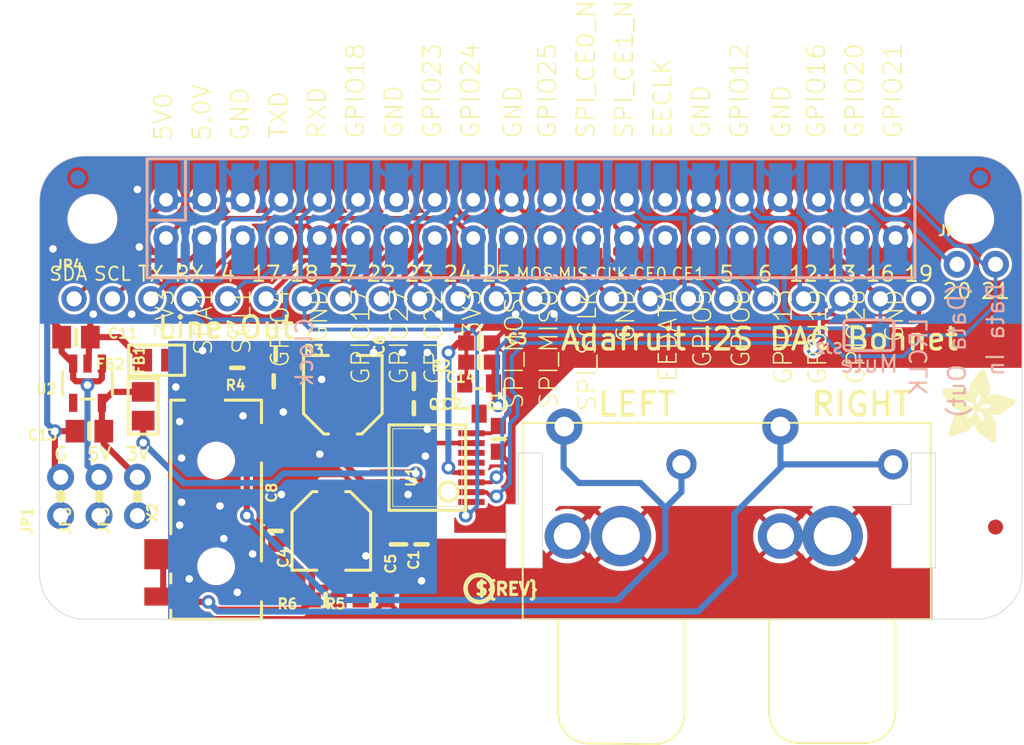
<source format=kicad_pcb>
(kicad_pcb (version 20221018) (generator pcbnew)
  (layers (0 "F.Cu" signal) (31 "B.Cu" signal) (34 "B.Paste" user) (35 "F.Paste" user) (36 "B.SilkS" user "B.Silkscreen") (37 "F.SilkS" user "F.Silkscreen") (38 "B.Mask" user) (39 "F.Mask" user) (44 "Edge.Cuts" user))
  (net 0 "")
  (net 1 "5.0V")
  (net 2 "SDA")
  (net 3 "SCL")
  (net 4 "GPIO4")
  (net 5 "GPIO17")
  (net 6 "GPIO27")
  (net 7 "GPIO22")
  (net 8 "SPI_MOSI")
  (net 9 "SPI_MISO")
  (net 10 "SPI_SCLK")
  (net 11 "GPIO5")
  (net 12 "GPIO6")
  (net 13 "GPIO13")
  (net 14 "GPIO26")
  (net 15 "3.3V")
  (net 16 "GND")
  (net 17 "TXD")
  (net 18 "RXD")
  (net 19 "GPIO24")
  (net 20 "GPIO25")
  (net 21 "SPI_CE0")
  (net 22 "SPI_CE1")
  (net 23 "EECLK")
  (net 24 "GPIO16")
  (net 25 "GPIO20")
  (net 26 "GPIO23")
  (net 27 "EEDATA")
  (net 28 "GPIO12")
  (net 29 "LRCLK")
  (net 30 "DATAIN")
  (net 31 "N$2")
  (net 32 "N$7")
  (net 33 "N$8")
  (net 34 "OUTL")
  (net 35 "OUTR")
  (net 36 "N$1")
  (net 37 "BITCLK")
  (net 38 "N$3")
  (net 39 "N$5")
  (net 40 "AGND")
  (net 41 "VDD")
  (net 42 "MUTE")
  (net 43 "N$4")
  (footprint "working:FIDUCIAL_1MM" (layer "F.Cu") (at 179.2471 114.2378)
    (fp_text reference "FID2" hide)
    (fp_text value "FIDUCIAL_1MM" hide)
  )
  (footprint "working:0603-NO" (layer "F.Cu") (at 145.0841 103.3158 180)
    (fp_text reference "R2")
    (fp_text value "10K")
  )
  (footprint "working:SSOP16_4.4MM" (layer "F.Cu") (at 141.6551 110.3008 90)
    (fp_text reference "U1")
    (fp_text value "UDA1334ATS")
  )
  (footprint "working:PCBFEAT-REV-040" (layer "F.Cu") (at 145.0841 118.3018)
    (fp_text reference "U$11" hide)
    (fp_text value "" hide)
  )
  (footprint "working:0603-NO" (layer "F.Cu") (at 141.2741 115.3808 -90)
    (fp_text reference "C1")
    (fp_text value "0.1uF")
  )
  (footprint "working:0603-NO" (layer "F.Cu") (at 138.0991 119.0638 180)
    (fp_text reference "R5")
    (fp_text value "220k")
  )
  (footprint "working:1X02_ROUND" (layer "F.Cu") (at 119.9381 112.2058 90)
    (fp_text reference "JP6")
    (fp_text value "")
  )
  (footprint "working:0603-NO" (layer "F.Cu") (at 131.6221 114.4918 90)
    (fp_text reference "C8")
    (fp_text value "0.01uF")
  )
  (footprint "working:SOT23-5" (layer "F.Cu") (at 119.1761 104.7128 180)
    (fp_text reference "U2")
    (fp_text value "AP2112-3.3K")
  )
  (footprint "working:0805" (layer "F.Cu") (at 122.8591 106.2368 90)
    (fp_text reference "FB1")
    (fp_text value "Ferrite")
  )
  (footprint "working:RCA_DUAL_JACK" (layer "F.Cu") (at 161.4671 120.3338)
    (fp_text reference "CONN2" hide)
    (fp_text value "AUDIO_DUAL_RCA" hide)
    (fp_line (start -14.6 -7.6) (end -14.6 -3.4) (stroke (width 0.05)) (layer "Edge.Cuts"))
    (fp_line (start -14.6 -7.6) (end -13.8 -7.6) (stroke (width 0.05)) (layer "Edge.Cuts"))
    (fp_line (start -14.6 -3.4) (end -12.2 -3.4) (stroke (width 0.05)) (layer "Edge.Cuts"))
    (fp_line (start -13.8 -11) (end -12.2 -11) (stroke (width 0.05)) (layer "Edge.Cuts"))
    (fp_line (start -13.8 -7.6) (end -13.8 -11) (stroke (width 0.05)) (layer "Edge.Cuts"))
    (fp_line (start -12.2 -3.4) (end -12.2 -11) (stroke (width 0.05)) (layer "Edge.Cuts"))
    (fp_line (start 10.9 -7.6) (end 12.2 -7.6) (stroke (width 0.05)) (layer "Edge.Cuts"))
    (fp_line (start 10.9 -3.4) (end 10.9 -7.6) (stroke (width 0.05)) (layer "Edge.Cuts"))
    (fp_line (start 12.2 -11) (end 12.2 -7.6) (stroke (width 0.05)) (layer "Edge.Cuts"))
    (fp_line (start 13.8 -11) (end 12.2 -11) (stroke (width 0.05)) (layer "Edge.Cuts"))
    (fp_line (start 13.8 -11) (end 13.8 -3.4) (stroke (width 0.05)) (layer "Edge.Cuts"))
    (fp_line (start 13.8 -3.4) (end 10.9 -3.4) (stroke (width 0.05)) (layer "Edge.Cuts"))
  )
  (footprint "working:1X02_ROUND" (layer "F.Cu") (at 177.9771 96.8388)
    (fp_text reference "JP5")
    (fp_text value "")
  )
  (footprint "working:ADAFRUIT_5MM" (layer "F.Cu") (at 175.6911 108.6498)
    (fp_text reference "U$5" hide)
    (fp_text value "" hide)
  )
  (footprint "working:0805-NO" (layer "F.Cu") (at 119.3031 107.8878 180)
    (fp_text reference "C13")
    (fp_text value "10uF")
  )
  (footprint "working:PANASONIC_C" (layer "F.Cu") (at 135.3051 114.4918 90)
    (fp_text reference "C4")
    (fp_text value "47uF")
  )
  (footprint "working:0603-NO" (layer "F.Cu") (at 140.7661 106.3638)
    (fp_text reference "C2")
    (fp_text value "0.1uF")
  )
  (footprint "working:1X02_ROUND" (layer "F.Cu") (at 117.3981 112.2058 90)
    (fp_text reference "JP1")
    (fp_text value "")
  )
  (footprint "working:0805" (layer "F.Cu") (at 123.7481 103.1888 180)
    (fp_text reference "FB2")
    (fp_text value "Ferrite")
  )
  (footprint "working:0603-NO" (layer "F.Cu") (at 131.4951 104.5858 180)
    (fp_text reference "R4")
    (fp_text value "100")
  )
  (footprint "working:0805-NO" (layer "F.Cu") (at 118.4141 101.6648)
    (fp_text reference "C11")
    (fp_text value "10uF")
  )
  (footprint "working:0805-NO" (layer "F.Cu") (at 140.7661 104.5858)
    (fp_text reference "C14")
    (fp_text value "10uF")
  )
  (footprint "working:0603-NO" (layer "F.Cu") (at 129.0821 103.6968 90)
    (fp_text reference "C7")
    (fp_text value "0.01uF")
  )
  (footprint "working:0603-NO" (layer "F.Cu") (at 131.6221 102.8078)
    (fp_text reference "R3")
    (fp_text value "220k")
  )
  (footprint "working:0603-NO" (layer "F.Cu") (at 145.0841 102.0458)
    (fp_text reference "C3")
    (fp_text value "0.1uF")
  )
  (footprint "working:PANASONIC_C" (layer "F.Cu") (at 136.0671 105.4748 -90)
    (fp_text reference "C6")
    (fp_text value "47uF")
  )
  (footprint "working:1X02_ROUND" (layer "F.Cu") (at 122.4781 112.2058 90)
    (fp_text reference "JP3")
    (fp_text value "")
  )
  (footprint "working:1X23_ROUND_70MIL" (layer "F.Cu") (at 146.2271 99.1248)
    (fp_text reference "JP4")
    (fp_text value "")
  )
  (footprint "working:FIDUCIAL_1MM" (layer "F.Cu") (at 120.7636 90.8063)
    (fp_text reference "FID1" hide)
    (fp_text value "FIDUCIAL_1MM" hide)
  )
  (footprint "working:SOT23-WIDE" (layer "F.Cu") (at 145.0841 105.7288 180)
    (fp_text reference "Q1")
    (fp_text value " DMG2305")
  )
  (footprint "working:0603-NO" (layer "F.Cu") (at 146.3541 108.3958 90)
    (fp_text reference "R1")
    (fp_text value "10K")
  )
  (footprint "working:4UCONN_19269" (layer "F.Cu") (at 127.6851 120.3338 90)
    (fp_text reference "X2")
    (fp_text value "19269")
  )
  (footprint "working:PI_BONNET_THMSMT" (layer "F.Cu") (at 116.0011 120.3338)
    (fp_text reference "RPI1" hide)
    (fp_text value "RASPBERRYPI_BPLUS_BONNET_THMSMT" hide)
    (fp_line (start 0 -27.6604) (end 0 -3) (stroke (width 0.05)) (layer "Edge.Cuts"))
    (fp_line (start 3 0) (end 62 0) (stroke (width 0.05)) (layer "Edge.Cuts"))
    (fp_line (start 62 -30.6604) (end 3 -30.6604) (stroke (width 0.05)) (layer "Edge.Cuts"))
    (fp_line (start 65 -3) (end 65 -27.6604) (stroke (width 0.05)) (layer "Edge.Cuts"))
    (fp_arc (start 0 -27.6604) (mid 0.87868 -29.78172) (end 3 -30.6604) (stroke (width 0.05)) (layer "Edge.Cuts"))
    (fp_arc (start 3 0) (mid 0.87868 -0.87868) (end 0 -3) (stroke (width 0.05)) (layer "Edge.Cuts"))
    (fp_arc (start 62 -30.6604) (mid 64.12132 -29.78172) (end 65 -27.6604) (stroke (width 0.05)) (layer "Edge.Cuts"))
    (fp_arc (start 65 -3) (mid 64.12132 -0.87868) (end 62 0) (stroke (width 0.05)) (layer "Edge.Cuts"))
  )
  (footprint "working:0603-NO" (layer "F.Cu") (at 134.9241 119.0638 180)
    (fp_text reference "R6")
    (fp_text value "100")
  )
  (footprint "working:0805-NO" (layer "F.Cu") (at 139.7501 115.3808 -90)
    (fp_text reference "C5")
    (fp_text value "10uF")
  )
  (footprint "working:SOLDERJUMPER_CLOSEDWIRE" (layer "B.Cu") (at 170.8651 101.5378)
    (fp_text reference "SJ2")
    (fp_text value "")
  )
  (gr_line (start 117.3981 112.3328) (end 117.3981 112.0788) (stroke (width 0.6096)) (layer "F.SilkS"))
  (gr_line (start 119.9381 112.3328) (end 119.9381 112.0788) (stroke (width 0.6096)) (layer "F.SilkS"))
  (gr_line (start 122.4781 112.3328) (end 122.4781 112.0788) (stroke (width 0.6096)) (layer "F.SilkS"))
  (gr_text "Mute" (at 170.8651 103.4428) (layer "B.SilkS") (effects (font (size 1.1176 1.1176) (thickness 0.1524)) (justify mirror)))
  (gr_text "Data In" (at 179.2471 97.9818 -270) (layer "B.SilkS") (effects (font (size 1.1176 1.1176) (thickness 0.1524)) (justify left mirror)))
  (gr_text "(Data Out)" (at 176.7071 97.9818 -270) (layer "B.SilkS") (effects (font (size 1.1176 1.1176) (thickness 0.1524)) (justify left mirror)))
  (gr_text "Clock" (at 133.5271 100.2678 -270) (layer "B.SilkS") (effects (font (size 1.1176 1.1176) (thickness 0.1524)) (justify left mirror)))
  (gr_text "LRCLK" (at 174.1671 100.2678 -270) (layer "B.SilkS") (effects (font (size 1.1176 1.1176) (thickness 0.1524)) (justify left mirror)))
  (gr_text "5V" (at 119.9381 109.4118) (layer "F.SilkS") (effects (font (size 0.87376 0.87376) (thickness 0.14224))))
  (gr_text "18" (at 133.5271 97.4738) (layer "F.SilkS") (effects (font (size 1.00584 1.00584) (thickness 0.13716))))
  (gr_text "MIS" (at 151.3071 97.4738) (layer "F.SilkS") (effects (font (size 0.78232 0.78232) (thickness 0.10668))))
  (gr_text "CE1" (at 158.9271 97.4738) (layer "F.SilkS") (effects (font (size 0.78232 0.78232) (thickness 0.10668))))
  (gr_text "13" (at 169.0871 97.4738) (layer "F.SilkS") (effects (font (size 1.00584 1.00584) (thickness 0.13716))))
  (gr_text "MOS" (at 148.7671 97.4738) (layer "F.SilkS") (effects (font (size 0.78232 0.78232) (thickness 0.10668))))
  (gr_text "G" (at 117.3981 109.4118) (layer "F.SilkS") (effects (font (size 0.87376 0.87376) (thickness 0.14224))))
  (gr_text "21" (at 179.2471 98.6168) (layer "F.SilkS") (effects (font (size 1.00584 1.00584) (thickness 0.13716))))
  (gr_text "RIGHT" (at 170.3571 106.1098) (layer "F.SilkS") (effects (font (size 1.52908 1.52908) (thickness 0.24892))))
  (gr_text "6" (at 164.0071 97.4738) (layer "F.SilkS") (effects (font (size 1.00584 1.00584) (thickness 0.13716))))
  (gr_text "4" (at 128.4471 97.4738) (layer "F.SilkS") (effects (font (size 1.00584 1.00584) (thickness 0.13716))))
  (gr_text "25" (at 146.2271 97.4738) (layer "F.SilkS") (effects (font (size 1.00584 1.00584) (thickness 0.13716))))
  (gr_text "19" (at 174.1671 97.4738) (layer "F.SilkS") (effects (font (size 1.00584 1.00584) (thickness 0.13716))))
  (gr_text "CLK" (at 153.8471 97.4738) (layer "F.SilkS") (effects (font (size 0.78232 0.78232) (thickness 0.10668))))
  (gr_text "3V" (at 122.4781 109.4118) (layer "F.SilkS") (effects (font (size 0.87376 0.87376) (thickness 0.14224))))
  (gr_text "12" (at 166.5471 97.4738) (layer "F.SilkS") (effects (font (size 1.00584 1.00584) (thickness 0.13716))))
  (gr_text "CE0" (at 156.3871 97.4738) (layer "F.SilkS") (effects (font (size 0.78232 0.78232) (thickness 0.10668))))
  (gr_text "TX" (at 123.3671 97.4738) (layer "F.SilkS") (effects (font (size 1.00584 1.00584) (thickness 0.13716))))
  (gr_text "17" (at 130.9871 97.4738) (layer "F.SilkS") (effects (font (size 1.00584 1.00584) (thickness 0.13716))))
  (gr_text "24" (at 143.6871 97.4738) (layer "F.SilkS") (effects (font (size 1.00584 1.00584) (thickness 0.13716))))
  (gr_text "27" (at 136.0671 97.4738) (layer "F.SilkS") (effects (font (size 1.00584 1.00584) (thickness 0.13716))))
  (gr_text "Adafruit I2S DAC Bonnet" (at 163.6261 101.7918) (layer "F.SilkS") (effects (font (size 1.41986 1.41986) (thickness 0.23114))))
  (gr_text "RX" (at 125.9071 97.4738) (layer "F.SilkS") (effects (font (size 1.00584 1.00584) (thickness 0.13716))))
  (gr_text "20" (at 176.7071 98.6168) (layer "F.SilkS") (effects (font (size 1.00584 1.00584) (thickness 0.13716))))
  (gr_text "16" (at 171.6271 97.4738) (layer "F.SilkS") (effects (font (size 1.00584 1.00584) (thickness 0.13716))))
  (gr_text "SDA" (at 117.9061 97.4738) (layer "F.SilkS") (effects (font (size 0.89408 0.89408) (thickness 0.12192))))
  (gr_text "Line Out" (at 128.3201 101.0298) (layer "F.SilkS") (effects (font (size 1.41986 1.41986) (thickness 0.23114))))
  (gr_text "SCL" (at 120.8271 97.4738) (layer "F.SilkS") (effects (font (size 0.89408 0.89408) (thickness 0.12192))))
  (gr_text "23" (at 141.1471 97.4738) (layer "F.SilkS") (effects (font (size 1.00584 1.00584) (thickness 0.13716))))
  (gr_text "LEFT" (at 155.4981 106.1098) (layer "F.SilkS") (effects (font (size 1.52908 1.52908) (thickness 0.24892))))
  (gr_text "5" (at 161.4671 97.4738) (layer "F.SilkS") (effects (font (size 1.00584 1.00584) (thickness 0.13716))))
  (gr_text "22" (at 138.6071 97.4738) (layer "F.SilkS") (effects (font (size 1.00584 1.00584) (thickness 0.13716))))
  (segment (start 119.1761 104.5858) (end 119.9381 104.5858) (width 0.4064) (layer "F.Cu") (net 1))
  (segment (start 117.4641 101.6648) (end 117.4641 101.2228) (width 0.4064) (layer "F.Cu") (net 1))
  (segment (start 117.4641 101.6648) (end 117.4641 102.6507) (width 0.4064) (layer "F.Cu") (net 1))
  (segment (start 117.4641 101.2228) (end 116.5091 100.2678) (width 0.4064) (layer "F.Cu") (net 1))
  (segment (start 118.4141 104.5858) (end 119.1761 104.5858) (width 0.4064) (layer "F.Cu") (net 1))
  (segment (start 118.2261 104.3978) (end 118.4141 104.5858) (width 0.4064) (layer "F.Cu") (net 1))
  (segment (start 120.1261 104.3978) (end 120.1261 103.4127) (width 0.4064) (layer "F.Cu") (net 1))
  (segment (start 119.9381 104.5858) (end 120.1261 104.3978) (width 0.4064) (layer "F.Cu") (net 1))
  (segment (start 120.3501 96.5848) (end 124.3711 92.5638) (width 0.4064) (layer "F.Cu") (net 1))
  (segment (start 116.5091 100.2678) (end 116.5091 97.7278) (width 0.4064) (layer "F.Cu") (net 1))
  (segment (start 117.4641 102.6507) (end 118.2261 103.4127) (width 0.4064) (layer "F.Cu") (net 1))
  (segment (start 119.1761 104.8398) (end 119.1761 104.5858) (width 0.4064) (layer "F.Cu") (net 1))
  (segment (start 116.5091 97.7278) (end 117.6521 96.5848) (width 0.4064) (layer "F.Cu") (net 1))
  (segment (start 117.6521 96.5848) (end 120.3501 96.5848) (width 0.4064) (layer "F.Cu") (net 1))
  (segment (start 118.2261 103.4127) (end 118.2261 104.3978) (width 0.4064) (layer "F.Cu") (net 1))
  (via (at 119.1761 104.8398) (size 0.9064) (drill 0.5) (layers "F.Cu" "B.Cu") (net 1))
  (segment (start 124.3707 92.5638) (end 124.3707 91.6764) (width 0.4064) (layer "B.Cu") (net 1))
  (segment (start 124.3711 92.5638) (end 124.3707 92.5638) (width 0.4064) (layer "B.Cu") (net 1))
  (segment (start 126.9111 91.6764) (end 126.9111 92.5638) (width 0.4064) (layer "B.Cu") (net 1))
  (segment (start 126.9111 92.5638) (end 126.2881 92.5638) (width 0.3048) (layer "B.Cu") (net 1))
  (segment (start 126.9107 91.6764) (end 126.9111 91.6764) (width 0.4064) (layer "B.Cu") (net 1))
  (segment (start 119.9381 110.9358) (end 119.1761 110.1738) (width 0.4064) (layer "B.Cu") (net 1))
  (segment (start 124.3711 92.5638) (end 126.2881 92.5638) (width 0.4064) (layer "B.Cu") (net 1))
  (segment (start 119.1761 110.1738) (end 119.1761 104.8398) (width 0.4064) (layer "B.Cu") (net 1))
  (segment (start 119.9381 113.4758) (end 119.9381 110.9358) (width 0.4064) (layer "B.Cu") (net 1))
  (segment (start 121.0811 97.8548) (end 122.3511 96.5848) (width 0.3048) (layer "F.Cu") (net 2))
  (segment (start 122.3511 96.5848) (end 125.9071 96.5848) (width 0.3048) (layer "F.Cu") (net 2))
  (segment (start 119.5571 97.8548) (end 121.0811 97.8548) (width 0.3048) (layer "F.Cu") (net 2))
  (segment (start 118.2871 99.1248) (end 119.5571 97.8548) (width 0.3048) (layer "F.Cu") (net 2))
  (segment (start 126.9111 95.5808) (end 126.9111 95.1038) (width 0.3048) (layer "F.Cu") (net 2))
  (segment (start 125.9071 96.5848) (end 126.9111 95.5808) (width 0.3048) (layer "F.Cu") (net 2))
  (segment (start 126.9107 95.9944) (end 126.9111 95.9944) (width 0.4064) (layer "B.Cu") (net 2))
  (segment (start 126.9111 95.9944) (end 126.9111 95.1038) (width 0.4064) (layer "B.Cu") (net 2))
  (segment (start 127.3041 97.3468) (end 129.4511 95.1998) (width 0.3048) (layer "F.Cu") (net 3))
  (segment (start 120.8271 99.1248) (end 122.6051 97.3468) (width 0.3048) (layer "F.Cu") (net 3))
  (segment (start 122.6051 97.3468) (end 127.3041 97.3468) (width 0.3048) (layer "F.Cu") (net 3))
  (segment (start 129.4511 95.1998) (end 129.4511 95.1038) (width 0.3048) (layer "F.Cu") (net 3))
  (segment (start 129.4507 95.9944) (end 129.4511 95.9944) (width 0.4064) (layer "B.Cu") (net 3))
  (segment (start 129.4511 95.9944) (end 129.4511 95.1038) (width 0.4064) (layer "B.Cu") (net 3))
  (segment (start 131.9907 95.9944) (end 131.9911 95.9944) (width 0.4064) (layer "B.Cu") (net 4))
  (segment (start 128.4471 99.1248) (end 129.5901 97.9818) (width 0.254) (layer "B.Cu") (net 4))
  (segment (start 131.9911 95.9944) (end 131.9911 95.1038) (width 0.4064) (layer "B.Cu") (net 4))
  (segment (start 129.5901 97.9818) (end 130.479103 97.981797) (width 0.254) (layer "B.Cu") (net 4))
  (segment (start 131.991096 96.4698) (end 131.991096 95.1038) (width 0.254) (layer "B.Cu") (net 4))
  (segment (start 130.479103 97.981797) (end 131.991096 96.4698) (width 0.254) (layer "B.Cu") (net 4))
  (segment (start 137.0711 96.0888) (end 137.0711 95.1038) (width 0.3048) (layer "F.Cu") (net 5))
  (segment (start 130.9871 99.1248) (end 133.5271 96.5848) (width 0.3048) (layer "F.Cu") (net 5))
  (segment (start 136.5751 96.5848) (end 137.0711 96.0888) (width 0.3048) (layer "F.Cu") (net 5))
  (segment (start 133.5271 96.5848) (end 136.5751 96.5848) (width 0.3048) (layer "F.Cu") (net 5))
  (segment (start 137.0711 95.9944) (end 137.0711 95.1038) (width 0.4064) (layer "B.Cu") (net 5))
  (segment (start 137.0707 95.9944) (end 137.0711 95.9944) (width 0.4064) (layer "B.Cu") (net 5))
  (segment (start 136.0671 99.1248) (end 139.6111 95.5808) (width 0.3048) (layer "F.Cu") (net 6))
  (segment (start 139.6111 95.5808) (end 139.6111 95.1038) (width 0.3048) (layer "F.Cu") (net 6))
  (segment (start 139.6107 95.9944) (end 139.6111 95.9944) (width 0.4064) (layer "B.Cu") (net 6))
  (segment (start 139.6111 95.9944) (end 139.6111 95.1038) (width 0.4064) (layer "B.Cu") (net 6))
  (segment (start 138.6071 99.1248) (end 142.1511 95.5808) (width 0.3048) (layer "F.Cu") (net 7))
  (segment (start 142.1511 95.5808) (end 142.1511 95.1038) (width 0.3048) (layer "F.Cu") (net 7))
  (segment (start 142.1511 95.9944) (end 142.1511 95.1038) (width 0.4064) (layer "B.Cu") (net 7))
  (segment (start 142.1507 95.9944) (end 142.1511 95.9944) (width 0.4064) (layer "B.Cu") (net 7))
  (segment (start 147.2311 97.5888) (end 147.2311 95.1038) (width 0.3048) (layer "F.Cu") (net 8))
  (segment (start 148.7671 99.1248) (end 147.2311 97.5888) (width 0.3048) (layer "F.Cu") (net 8))
  (segment (start 147.2307 95.9944) (end 147.2311 95.9944) (width 0.4064) (layer "B.Cu") (net 8))
  (segment (start 147.2311 95.9944) (end 147.2311 95.1038) (width 0.4064) (layer "B.Cu") (net 8))
  (segment (start 149.7711 97.5888) (end 149.7711 95.1038) (width 0.3048) (layer "F.Cu") (net 9))
  (segment (start 151.3071 99.1248) (end 149.7711 97.5888) (width 0.3048) (layer "F.Cu") (net 9))
  (segment (start 149.7711 95.9944) (end 149.7711 95.1038) (width 0.4064) (layer "B.Cu") (net 9))
  (segment (start 149.7707 95.9944) (end 149.7711 95.9944) (width 0.4064) (layer "B.Cu") (net 9))
  (segment (start 152.3111 97.5888) (end 152.3111 95.1038) (width 0.3048) (layer "F.Cu") (net 10))
  (segment (start 153.8471 99.1248) (end 152.3111 97.5888) (width 0.3048) (layer "F.Cu") (net 10))
  (segment (start 152.3111 95.9944) (end 152.3111 95.1038) (width 0.4064) (layer "B.Cu") (net 10))
  (segment (start 152.3107 95.9944) (end 152.3111 95.9944) (width 0.4064) (layer "B.Cu") (net 10))
  (segment (start 159.9311 97.5888) (end 161.4671 99.1248) (width 0.3048) (layer "B.Cu") (net 11))
  (segment (start 159.9311 95.9944) (end 159.9311 96.2038) (width 0.4064) (layer "B.Cu") (net 11))
  (segment (start 159.9311 96.2038) (end 159.9311 97.5888) (width 0.3048) (layer "B.Cu") (net 11))
  (segment (start 159.9311 95.1038) (end 159.9311 96.2038) (width 0.3048) (layer "B.Cu") (net 11))
  (segment (start 159.9307 95.9944) (end 159.9311 95.9944) (width 0.4064) (layer "B.Cu") (net 11))
  (segment (start 162.4711 95.6958) (end 162.4711 97.5888) (width 0.3048) (layer "B.Cu") (net 12))
  (segment (start 162.4707 95.9944) (end 162.4711 95.9944) (width 0.4064) (layer "B.Cu") (net 12))
  (segment (start 162.4711 95.9944) (end 162.4711 95.6958) (width 0.4064) (layer "B.Cu") (net 12))
  (segment (start 162.4711 95.1038) (end 162.4711 95.6958) (width 0.3048) (layer "B.Cu") (net 12))
  (segment (start 162.4711 97.5888) (end 164.0071 99.1248) (width 0.3048) (layer "B.Cu") (net 12))
  (segment (start 165.0107 95.4418) (end 165.0107 95.9944) (width 0.4064) (layer "B.Cu") (net 13))
  (segment (start 165.0107 95.1042) (end 165.0107 95.4418) (width 0.3048) (layer "B.Cu") (net 13))
  (segment (start 165.1011 96.2818) (end 165.0231 96.2818) (width 0.4064) (layer "B.Cu") (net 13))
  (segment (start 165.0231 96.2818) (end 165.0231 95.4418) (width 0.4064) (layer "B.Cu") (net 13))
  (segment (start 167.9441 100.3948) (end 169.0871 99.2518) (width 0.3048) (layer "B.Cu") (net 13))
  (segment (start 165.9121 100.3948) (end 167.9441 100.3948) (width 0.3048) (layer "B.Cu") (net 13))
  (segment (start 165.2771 99.7598) (end 165.9121 100.3948) (width 0.3048) (layer "B.Cu") (net 13))
  (segment (start 165.1011 96.2818) (end 165.2771 96.4578) (width 0.3048) (layer "B.Cu") (net 13))
  (segment (start 165.2771 96.4578) (end 165.2771 99.7598) (width 0.3048) (layer "B.Cu") (net 13))
  (segment (start 165.0231 95.4418) (end 165.0107 95.4418) (width 0.4064) (layer "B.Cu") (net 13))
  (segment (start 165.0111 95.1038) (end 165.0107 95.1042) (width 0.3048) (layer "B.Cu") (net 13))
  (segment (start 169.0871 99.2518) (end 169.0871 99.1248) (width 0.3048) (layer "B.Cu") (net 13))
  (segment (start 170.0907 95.9944) (end 170.0911 95.9944) (width 0.4064) (layer "B.Cu") (net 14))
  (segment (start 170.0911 95.9944) (end 170.0911 95.1038) (width 0.4064) (layer "B.Cu") (net 14))
  (segment (start 144.2341 103.3158) (end 144.2341 104.5748) (width 0.254) (layer "F.Cu") (net 15))
  (segment (start 144.2341 101.4988) (end 144.2341 102.0458) (width 0.4064) (layer "F.Cu") (net 15))
  (segment (start 144.2341 104.5748) (end 144.1071 104.7018) (width 0.254) (layer "F.Cu") (net 15))
  (segment (start 144.1071 104.7018) (end 144.1341 104.7288) (width 0.3048) (layer "F.Cu") (net 15))
  (segment (start 124.3711 95.1038) (end 125.6841 93.7908) (width 0.3048) (layer "F.Cu") (net 15))
  (segment (start 125.6841 93.7908) (end 143.3781 93.7908) (width 0.3048) (layer "F.Cu") (net 15))
  (segment (start 144.5751 110.6258) (end 143.3771 110.6258) (width 0.3048) (layer "F.Cu") (net 15))
  (segment (start 144.9571 95.3698) (end 144.9571 100.7758) (width 0.4064) (layer "F.Cu") (net 15))
  (segment (start 144.2341 102.0458) (end 144.0046 101.8163) (width 0.4064) (layer "F.Cu") (net 15))
  (segment (start 144.9571 100.7758) (end 144.2341 101.4988) (width 0.4064) (layer "F.Cu") (net 15))
  (segment (start 144.2341 102.0458) (end 144.2341 102.1728) (width 0.4064) (layer "F.Cu") (net 15))
  (segment (start 143.3771 110.6258) (end 143.0521 110.3008) (width 0.3048) (layer "F.Cu") (net 15))
  (segment (start 144.2341 102.1728) (end 144.2341 103.3158) (width 0.254) (layer "F.Cu") (net 15))
  (segment (start 143.0911 102.6418) (end 143.0521 102.6808) (width 0.4064) (layer "F.Cu") (net 15))
  (segment (start 143.6871 102.0458) (end 144.2341 102.0458) (width 0.4064) (layer "F.Cu") (net 15))
  (segment (start 144.0046 101.8163) (end 144.0046 101.7283) (width 0.254) (layer "F.Cu") (net 15))
  (segment (start 143.0521 102.6808) (end 143.6871 102.0458) (width 0.4064) (layer "F.Cu") (net 15))
  (segment (start 143.3781 93.7908) (end 144.6911 95.1038) (width 0.3048) (layer "F.Cu") (net 15))
  (segment (start 144.6911 95.1038) (end 144.9571 95.3698) (width 0.4064) (layer "F.Cu") (net 15))
  (via (at 143.0521 110.3008) (size 0.9064) (drill 0.5) (layers "F.Cu" "B.Cu") (net 15))
  (via (at 143.0521 102.6808) (size 0.9064) (drill 0.5) (layers "F.Cu" "B.Cu") (net 15))
  (segment (start 124.3707 95.1038) (end 124.3707 95.9944) (width 0.4064) (layer "B.Cu") (net 15))
  (segment (start 143.0521 110.3008) (end 143.0521 102.6808) (width 0.4064) (layer "B.Cu") (net 15))
  (segment (start 124.3711 95.1038) (end 124.3707 95.1038) (width 0.4064) (layer "B.Cu") (net 15))
  (segment (start 144.6907 95.9944) (end 144.6911 95.9944) (width 0.4064) (layer "B.Cu") (net 15))
  (segment (start 144.6911 95.9944) (end 144.6911 95.1038) (width 0.4064) (layer "B.Cu") (net 15))
  (segment (start 122.7981 103.1888) (end 121.2741 101.6648) (width 0.4064) (layer "F.Cu") (net 16))
  (segment (start 119.2701 101.6648) (end 119.2701 102.4878) (width 0.4064) (layer "F.Cu") (net 16))
  (segment (start 119.3641 101.6648) (end 119.2701 101.6648) (width 0.254) (layer "F.Cu") (net 16))
  (segment (start 117.3981 110.9358) (end 117.0171 110.5548) (width 0.4064) (layer "F.Cu") (net 16))
  (segment (start 119.5571 100.1408) (end 119.3641 100.3338) (width 0.254) (layer "F.Cu") (net 16))
  (segment (start 119.2466 103.4127) (end 119.2701 102.4878) (width 0.4064) (layer "F.Cu") (net 16))
  (segment (start 121.2741 101.6648) (end 119.3641 101.6648) (width 0.4064) (layer "F.Cu") (net 16))
  (segment (start 138.7351 108.6758) (end 138.7351 109.3258) (width 0.4064) (layer "F.Cu") (net 16))
  (segment (start 138.7351 108.6758) (end 144.5751 108.6758) (width 0.3048) (layer "F.Cu") (net 16))
  (segment (start 138.7351 108.0258) (end 138.7351 108.6758) (width 0.4064) (layer "F.Cu") (net 16))
  (segment (start 119.3641 100.4558) (end 119.3641 101.6648) (width 0.4064) (layer "F.Cu") (net 16))
  (segment (start 119.3641 100.3338) (end 119.3641 100.4558) (width 0.254) (layer "F.Cu") (net 16))
  (segment (start 118.3531 107.8878) (end 117.0171 107.8878) (width 0.4064) (layer "F.Cu") (net 16))
  (segment (start 117.0171 110.5548) (end 117.0171 107.8878) (width 0.4064) (layer "F.Cu") (net 16))
  (via (at 116.8901 95.8228) (size 0.9064) (drill 0.5) (layers "F.Cu" "B.Cu") (net 16))
  (via (at 117.0171 107.8878) (size 0.9064) (drill 0.5) (layers "F.Cu" "B.Cu") (net 16))
  (via (at 119.5571 100.1408) (size 0.9064) (drill 0.5) (layers "F.Cu" "B.Cu") (net 16))
  (via (at 122.6051 95.6958) (size 0.9064) (drill 0.5) (layers "F.Cu" "B.Cu") (net 16))
  (via (at 147.4971 100.1408) (size 0.9064) (drill 0.5) (layers "F.Cu" "B.Cu") (net 16))
  (via (at 142.4171 100.1408) (size 0.9064) (drill 0.5) (layers "F.Cu" "B.Cu") (net 16))
  (via (at 122.4781 91.8858) (size 0.9064) (drill 0.5) (layers "F.Cu" "B.Cu") (net 16))
  (via (at 150.0371 100.1408) (size 0.9064) (drill 0.5) (layers "F.Cu" "B.Cu") (net 16))
  (via (at 122.0971 100.1408) (size 0.9064) (drill 0.5) (layers "F.Cu" "B.Cu") (net 16))
  (segment (start 116.5091 107.3798) (end 116.5091 100.521794) (width 0.4064) (layer "B.Cu") (net 16))
  (segment (start 127.6913 93.5306) (end 127.4311 93.7908) (width 0.254) (layer "B.Cu") (net 16))
  (segment (start 124.1291 93.7908) (end 124.0705 93.7322) (width 0.254) (layer "B.Cu") (net 16))
  (segment (start 129.4511 92.5638) (end 128.3631 92.5638) (width 0.3048) (layer "B.Cu") (net 16))
  (segment (start 123.879925 93.7322) (end 123.2785 94.333625) (width 0.254) (layer "B.Cu") (net 16))
  (segment (start 128.0795 92.8474) (end 128.0795 93.260575) (width 0.254) (layer "B.Cu") (net 16))
  (segment (start 124.0705 93.7322) (end 123.879925 93.7322) (width 0.254) (layer "B.Cu") (net 16))
  (segment (start 128.3631 92.5638) (end 128.0795 92.8474) (width 0.254) (layer "B.Cu") (net 16))
  (segment (start 117.0171 107.8878) (end 116.5091 107.3798) (width 0.4064) (layer "B.Cu") (net 16))
  (segment (start 120.6415 97.0928) (end 117.1441 97.0928) (width 0.254) (layer "B.Cu") (net 16))
  (segment (start 127.4311 93.7908) (end 124.1291 93.7908) (width 0.254) (layer "B.Cu") (net 16))
  (segment (start 116.5091 97.7278) (end 116.5091 100.521794) (width 0.254) (layer "B.Cu") (net 16))
  (segment (start 123.2785 94.4558) (end 120.6415 97.0928) (width 0.254) (layer "B.Cu") (net 16))
  (segment (start 117.3981 110.9358) (end 117.3981 113.4758) (width 0.4064) (layer "B.Cu") (net 16))
  (segment (start 123.2785 94.333625) (end 123.2785 94.4558) (width 0.254) (layer "B.Cu") (net 16))
  (segment (start 117.1441 97.0928) (end 116.5091 97.7278) (width 0.254) (layer "B.Cu") (net 16))
  (segment (start 128.0795 93.260575) (end 127.809475 93.5306) (width 0.254) (layer "B.Cu") (net 16))
  (segment (start 127.809475 93.5306) (end 127.6913 93.5306) (width 0.254) (layer "B.Cu") (net 16))
  (segment (start 130.6696 93.8543) (end 131.9601 92.5638) (width 0.3048) (layer "B.Cu") (net 17))
  (segment (start 128.1931 94.2988) (end 128.6376 93.8543) (width 0.3048) (layer "B.Cu") (net 17))
  (segment (start 124.5736 97.9183) (end 123.3671 99.1248) (width 0.3048) (layer "B.Cu") (net 17))
  (segment (start 127.8756 97.9183) (end 124.5736 97.9183) (width 0.3048) (layer "B.Cu") (net 17))
  (segment (start 128.1931 97.6008) (end 127.8756 97.9183) (width 0.3048) (layer "B.Cu") (net 17))
  (segment (start 131.9911 91.6764) (end 131.9911 92.5638) (width 0.4064) (layer "B.Cu") (net 17))
  (segment (start 131.9601 92.5638) (end 131.9911 92.5638) (width 0.3048) (layer "B.Cu") (net 17))
  (segment (start 128.1931 94.2988) (end 128.1931 97.6008) (width 0.3048) (layer "B.Cu") (net 17))
  (segment (start 128.6376 93.8543) (end 130.6696 93.8543) (width 0.3048) (layer "B.Cu") (net 17))
  (segment (start 131.9907 91.6764) (end 131.9911 91.6764) (width 0.4064) (layer "B.Cu") (net 17))
  (segment (start 134.5311 91.6764) (end 134.5311 92.5638) (width 0.4064) (layer "B.Cu") (net 18))
  (segment (start 132.2571 98.4898) (end 132.2571 100.2678) (width 0.3048) (layer "B.Cu") (net 18))
  (segment (start 132.2571 100.2678) (end 132.0031 100.5218) (width 0.3048) (layer "B.Cu") (net 18))
  (segment (start 133.2731 93.8218) (end 133.2731 97.7278) (width 0.3048) (layer "B.Cu") (net 18))
  (segment (start 125.907103 99.124807) (end 127.3041 100.5218) (width 0.3048) (layer "B.Cu") (net 18))
  (segment (start 125.9071 99.1248) (end 125.907103 99.124807) (width 0.254) (layer "B.Cu") (net 18))
  (segment (start 132.7651 97.9818) (end 132.2571 98.4898) (width 0.3048) (layer "B.Cu") (net 18))
  (segment (start 133.0191 97.9818) (end 132.7651 97.9818) (width 0.3048) (layer "B.Cu") (net 18))
  (segment (start 134.5307 91.6764) (end 134.5311 91.6764) (width 0.4064) (layer "B.Cu") (net 18))
  (segment (start 133.2731 97.7278) (end 133.0191 97.9818) (width 0.3048) (layer "B.Cu") (net 18))
  (segment (start 132.0031 100.5218) (end 127.3041 100.5218) (width 0.3048) (layer "B.Cu") (net 18))
  (segment (start 134.5311 92.5638) (end 133.2731 93.8218) (width 0.3048) (layer "B.Cu") (net 18))
  (segment (start 143.4331 98.8708) (end 143.6871 99.1248) (width 0.3048) (layer "B.Cu") (net 19))
  (segment (start 143.4331 94.1718) (end 143.4331 98.8708) (width 0.3048) (layer "B.Cu") (net 19))
  (segment (start 144.6907 91.6764) (end 144.6911 91.6764) (width 0.4064) (layer "B.Cu") (net 19))
  (segment (start 144.6911 92.5638) (end 144.6911 92.9138) (width 0.3048) (layer "B.Cu") (net 19))
  (segment (start 144.6911 91.6764) (end 144.6911 92.5638) (width 0.4064) (layer "B.Cu") (net 19))
  (segment (start 144.6911 92.9138) (end 143.4331 94.1718) (width 0.3048) (layer "B.Cu") (net 19))
  (segment (start 146.671593 93.854307) (end 148.4496 93.854304) (width 0.3048) (layer "F.Cu") (net 20))
  (segment (start 148.4496 93.854304) (end 149.7401 92.5638) (width 0.3048) (layer "F.Cu") (net 20))
  (segment (start 146.2271 99.1248) (end 145.9731 98.8708) (width 0.3048) (layer "F.Cu") (net 20))
  (segment (start 145.9731 98.8708) (end 145.9731 94.5528) (width 0.3048) (layer "F.Cu") (net 20))
  (segment (start 149.7401 92.5638) (end 149.7711 92.5638) (width 0.3048) (layer "F.Cu") (net 20))
  (segment (start 145.9731 94.5528) (end 146.671593 93.854307) (width 0.3048) (layer "F.Cu") (net 20))
  (segment (start 149.7711 91.6764) (end 149.7711 92.5638) (width 0.4064) (layer "B.Cu") (net 20))
  (segment (start 149.7707 91.6764) (end 149.7711 91.6764) (width 0.4064) (layer "B.Cu") (net 20))
  (segment (start 156.164846 98.90255) (end 153.593103 96.330807) (width 0.3048) (layer "F.Cu") (net 21))
  (segment (start 153.5931 94.1718) (end 152.311103 92.889807) (width 0.3048) (layer "F.Cu") (net 21))
  (segment (start 156.387093 99.124797) (end 156.16485 98.902554) (width 0.3048) (layer "F.Cu") (net 21))
  (segment (start 152.311103 92.889807) (end 152.3111 92.5638) (width 0.3048) (layer "F.Cu") (net 21))
  (segment (start 153.593103 96.330807) (end 153.5931 94.1718) (width 0.3048) (layer "F.Cu") (net 21))
  (segment (start 156.3871 99.1248) (end 156.16485 98.90255) (width 0.254) (layer "F.Cu") (net 21))
  (segment (start 152.3107 91.6764) (end 152.3111 91.6764) (width 0.4064) (layer "B.Cu") (net 21))
  (segment (start 152.3111 91.6764) (end 152.3111 92.5638) (width 0.4064) (layer "B.Cu") (net 21))
  (segment (start 154.8511 91.6764) (end 154.8511 92.5638) (width 0.4064) (layer "B.Cu") (net 22))
  (segment (start 158.6731 93.7908) (end 156.0061 93.7908) (width 0.3048) (layer "B.Cu") (net 22))
  (segment (start 154.8507 91.6764) (end 154.8511 91.6764) (width 0.4064) (layer "B.Cu") (net 22))
  (segment (start 158.9271 99.1248) (end 158.6731 98.8708) (width 0.3048) (layer "B.Cu") (net 22))
  (segment (start 158.6731 98.8708) (end 158.6731 93.7908) (width 0.3048) (layer "B.Cu") (net 22))
  (segment (start 154.8511 92.6358) (end 154.8511 92.5638) (width 0.3048) (layer "B.Cu") (net 22))
  (segment (start 156.0061 93.7908) (end 154.8511 92.6358) (width 0.3048) (layer "B.Cu") (net 22))
  (segment (start 157.3911 91.6764) (end 157.3911 92.5638) (width 0.4064) (layer "B.Cu") (net 23))
  (segment (start 157.3907 91.6764) (end 157.3911 91.6764) (width 0.4064) (layer "B.Cu") (net 23))
  (segment (start 167.5511 92.5638) (end 167.551103 92.563804) (width 0.254) (layer "F.Cu") (net 24))
  (segment (start 167.551103 92.563804) (end 168.833096 93.845797) (width 0.3048) (layer "F.Cu") (net 24))
  (segment (start 171.627096 99.124797) (end 168.8331 96.330804) (width 0.3048) (layer "F.Cu") (net 24))
  (segment (start 171.6271 99.1248) (end 171.627096 99.124797) (width 0.254) (layer "F.Cu") (net 24))
  (segment (start 168.8331 96.330804) (end 168.833096 93.845797) (width 0.3048) (layer "F.Cu") (net 24))
  (segment (start 167.5511 91.6764) (end 167.5511 92.5638) (width 0.4064) (layer "B.Cu") (net 24))
  (segment (start 171.6271 101.5378) (end 171.6271 99.1248) (width 0.254) (layer "B.Cu") (net 24))
  (segment (start 167.5507 91.6764) (end 167.5511 91.6764) (width 0.4064) (layer "B.Cu") (net 24))
  (segment (start 170.0911 91.6764) (end 170.0911 92.5638) (width 0.4064) (layer "B.Cu") (net 25))
  (segment (start 173.3416 93.8543) (end 176.3261 96.8388) (width 0.3048) (layer "B.Cu") (net 25))
  (segment (start 171.8176 93.8543) (end 170.5271 92.5638) (width 0.3048) (layer "B.Cu") (net 25))
  (segment (start 170.5271 92.5638) (end 170.0911 92.5638) (width 0.3048) (layer "B.Cu") (net 25))
  (segment (start 171.8176 93.8543) (end 173.3416 93.8543) (width 0.3048) (layer "B.Cu") (net 25))
  (segment (start 170.0907 91.6764) (end 170.0911 91.6764) (width 0.4064) (layer "B.Cu") (net 25))
  (segment (start 176.3261 96.8388) (end 176.7071 96.8388) (width 0.3048) (layer "B.Cu") (net 25))
  (segment (start 142.1511 91.6764) (end 142.1511 92.5638) (width 0.4064) (layer "B.Cu") (net 26))
  (segment (start 142.1511 92.9138) (end 142.1511 92.5638) (width 0.3048) (layer "B.Cu") (net 26))
  (segment (start 140.8931 94.1718) (end 142.1511 92.9138) (width 0.3048) (layer "B.Cu") (net 26))
  (segment (start 141.1471 99.1248) (end 140.8931 98.8708) (width 0.3048) (layer "B.Cu") (net 26))
  (segment (start 140.8931 98.8708) (end 140.8931 94.1718) (width 0.3048) (layer "B.Cu") (net 26))
  (segment (start 142.1507 91.6764) (end 142.1511 91.6764) (width 0.4064) (layer "B.Cu") (net 26))
  (segment (start 157.3907 95.9944) (end 157.3911 95.9944) (width 0.4064) (layer "B.Cu") (net 27))
  (segment (start 157.3911 95.9944) (end 157.3911 95.1038) (width 0.4064) (layer "B.Cu") (net 27))
  (segment (start 166.2931 94.1718) (end 166.2931 98.8708) (width 0.3048) (layer "B.Cu") (net 28))
  (segment (start 162.4711 92.5988) (end 162.4711 92.5638) (width 0.3048) (layer "B.Cu") (net 28))
  (segment (start 162.4707 91.6764) (end 162.4711 91.6764) (width 0.4064) (layer "B.Cu") (net 28))
  (segment (start 163.6631 93.7908) (end 165.9121 93.7908) (width 0.3048) (layer "B.Cu") (net 28))
  (segment (start 163.6631 93.7908) (end 162.4711 92.5988) (width 0.3048) (layer "B.Cu") (net 28))
  (segment (start 166.2931 98.8708) (end 166.5471 99.1248) (width 0.3048) (layer "B.Cu") (net 28))
  (segment (start 162.4711 91.6764) (end 162.4711 92.5638) (width 0.4064) (layer "B.Cu") (net 28))
  (segment (start 165.9121 93.7908) (end 166.2931 94.1718) (width 0.3048) (layer "B.Cu") (net 28))
  (segment (start 168.1981 100.6488) (end 167.9441 100.6488) (width 0.254) (layer "F.Cu") (net 29))
  (segment (start 167.5511 95.1038) (end 167.8171 95.3698) (width 0.3048) (layer "F.Cu") (net 29))
  (segment (start 167.8171 95.3698) (end 167.8171 100.0138) (width 0.3048) (layer "F.Cu") (net 29))
  (segment (start 173.786093 100.6488) (end 174.167093 100.2678) (width 0.3048) (layer "F.Cu") (net 29))
  (segment (start 174.167093 100.2678) (end 174.167096 99.1248) (width 0.3048) (layer "F.Cu") (net 29))
  (segment (start 167.1821 102.4268) (end 167.8171 101.7918) (width 0.254) (layer "F.Cu") (net 29))
  (segment (start 167.8171 101.7918) (end 167.8171 100.7758) (width 0.254) (layer "F.Cu") (net 29))
  (segment (start 167.8171 100.7758) (end 167.8171 100.0138) (width 0.254) (layer "F.Cu") (net 29))
  (segment (start 145.5661 111.9258) (end 145.8461 112.2058) (width 0.254) (layer "F.Cu") (net 29))
  (segment (start 168.1981 100.6488) (end 173.786093 100.6488) (width 0.3048) (layer "F.Cu") (net 29))
  (segment (start 167.9441 100.6488) (end 167.8171 100.7758) (width 0.254) (layer "F.Cu") (net 29))
  (segment (start 144.5751 111.9258) (end 145.5661 111.9258) (width 0.254) (layer "F.Cu") (net 29))
  (segment (start 146.2271 112.2058) (end 145.8461 112.2058) (width 0.254) (layer "F.Cu") (net 29))
  (via (at 146.2271 112.2058) (size 0.9064) (drill 0.5) (layers "F.Cu" "B.Cu") (net 29))
  (via (at 167.1821 102.4268) (size 0.9064) (drill 0.5) (layers "F.Cu" "B.Cu") (net 29))
  (segment (start 147.1161 111.3168) (end 147.1161 110.3008) (width 0.254) (layer "B.Cu") (net 29))
  (segment (start 167.5507 95.9944) (end 167.5511 95.9944) (width 0.4064) (layer "B.Cu") (net 29))
  (segment (start 148.1321 102.0458) (end 166.8011 102.0458) (width 0.254) (layer "B.Cu") (net 29))
  (segment (start 147.2431 102.9348) (end 148.1321 102.0458) (width 0.254) (layer "B.Cu") (net 29))
  (segment (start 146.2271 112.2058) (end 147.1161 111.3168) (width 0.254) (layer "B.Cu") (net 29))
  (segment (start 167.5511 95.9944) (end 167.5511 95.1038) (width 0.4064) (layer "B.Cu") (net 29))
  (segment (start 147.1161 110.3008) (end 147.1161 107.3798) (width 0.254) (layer "B.Cu") (net 29))
  (segment (start 147.6241 105.6018) (end 147.2431 105.2208) (width 0.254) (layer "B.Cu") (net 29))
  (segment (start 166.8011 102.0458) (end 167.1821 102.4268) (width 0.254) (layer "B.Cu") (net 29))
  (segment (start 147.6241 106.8718) (end 147.6241 105.6018) (width 0.254) (layer "B.Cu") (net 29))
  (segment (start 147.2431 105.2208) (end 147.2431 102.9348) (width 0.254) (layer "B.Cu") (net 29))
  (segment (start 147.1161 107.3798) (end 147.6241 106.8718) (width 0.254) (layer "B.Cu") (net 29))
  (segment (start 144.575103 111.2758) (end 144.7031 111.2758) (width 0.254) (layer "F.Cu") (net 30))
  (segment (start 144.5751 111.2758) (end 144.7031 111.2758) (width 0.254) (layer "F.Cu") (net 30))
  (segment (start 146.227096 110.9358) (end 145.887096 111.2758) (width 0.254) (layer "F.Cu") (net 30))
  (segment (start 144.7031 111.2758) (end 145.887096 111.2758) (width 0.254) (layer "F.Cu") (net 30))
  (via (at 146.2271 110.9358) (size 0.9064) (drill 0.5) (layers "F.Cu" "B.Cu") (net 30))
  (segment (start 173.151103 102.934794) (end 174.5481 101.5378) (width 0.254) (layer "B.Cu") (net 30))
  (segment (start 177.212112 95.6196) (end 178.431312 96.8388) (width 0.254) (layer "B.Cu") (net 30))
  (segment (start 172.6311 91.6768) (end 176.5739 95.6196) (width 0.254) (layer "B.Cu") (net 30))
  (segment (start 174.5481 101.5378) (end 177.2151 101.5378) (width 0.254) (layer "B.Cu") (net 30))
  (segment (start 172.6307 91.6764) (end 172.6311 91.6768) (width 0.254) (layer "B.Cu") (net 30))
  (segment (start 146.6081 110.5548) (end 146.6081 107.1258) (width 0.254) (layer "B.Cu") (net 30))
  (segment (start 169.2141 102.934797) (end 173.151103 102.934794) (width 0.254) (layer "B.Cu") (net 30))
  (segment (start 176.5739 95.6196) (end 177.212112 95.6196) (width 0.254) (layer "B.Cu") (net 30))
  (segment (start 173.4051 92.6478) (end 172.6801 92.6478) (width 0.3048) (layer "B.Cu") (net 30))
  (segment (start 146.2271 110.9358) (end 146.6081 110.5548) (width 0.254) (layer "B.Cu") (net 30))
  (segment (start 172.6311 91.6768) (end 172.6311 92.5638) (width 0.4064) (layer "B.Cu") (net 30))
  (segment (start 167.817103 101.537804) (end 169.2141 102.934797) (width 0.254) (layer "B.Cu") (net 30))
  (segment (start 179.2471 99.5058) (end 179.2471 96.8388) (width 0.254) (layer "B.Cu") (net 30))
  (segment (start 178.431312 96.8388) (end 179.2471 96.8388) (width 0.254) (layer "B.Cu") (net 30))
  (segment (start 146.7351 105.474794) (end 146.7351 102.6808) (width 0.254) (layer "B.Cu") (net 30))
  (segment (start 177.2151 101.5378) (end 179.2471 99.5058) (width 0.254) (layer "B.Cu") (net 30))
  (segment (start 146.7351 102.6808) (end 147.8781 101.537804) (width 0.254) (layer "B.Cu") (net 30))
  (segment (start 146.6081 107.1258) (end 147.1161 106.6178) (width 0.254) (layer "B.Cu") (net 30))
  (segment (start 172.6311 92.5638) (end 172.6311 92.5988) (width 0.3048) (layer "B.Cu") (net 30))
  (segment (start 147.1161 105.855797) (end 146.7351 105.474794) (width 0.254) (layer "B.Cu") (net 30))
  (segment (start 147.1161 106.6178) (end 147.1161 105.855797) (width 0.254) (layer "B.Cu") (net 30))
  (segment (start 172.6801 92.6478) (end 172.6311 92.5988) (width 0.254) (layer "B.Cu") (net 30))
  (segment (start 147.8781 101.537804) (end 167.817103 101.537804) (width 0.254) (layer "B.Cu") (net 30))
  (segment (start 141.274096 114.488369) (end 141.274096 114.530797) (width 0.254) (layer "F.Cu") (net 31))
  (segment (start 140.8651 110.6538) (end 140.7101 110.6538) (width 0.4064) (layer "F.Cu") (net 31))
  (segment (start 122.8591 107.1868) (end 122.8591 108.6498) (width 0.4064) (layer "F.Cu") (net 31))
  (segment (start 141.2741 111.1898) (end 141.2741 114.5308) (width 0.4064) (layer "F.Cu") (net 31))
  (segment (start 140.7101 110.6258) (end 141.2741 111.1898) (width 0.4064) (layer "F.Cu") (net 31))
  (segment (start 139.761453 114.4308) (end 139.76524 114.488369) (width 0.4064) (layer "F.Cu") (net 31))
  (segment (start 140.8651 110.6538) (end 140.8371 110.6258) (width 0.254) (layer "F.Cu") (net 31))
  (segment (start 140.8371 110.6258) (end 140.7101 110.6258) (width 0.254) (layer "F.Cu") (net 31))
  (segment (start 139.76524 114.488369) (end 141.274096 114.488369) (width 0.4064) (layer "F.Cu") (net 31))
  (segment (start 141.274096 114.530797) (end 141.2741 114.5308) (width 0.254) (layer "F.Cu") (net 31))
  (segment (start 138.7351 110.6258) (end 140.7101 110.6258) (width 0.4064) (layer "F.Cu") (net 31))
  (via (at 140.8931 110.6818) (size 0.9064) (drill 0.5) (layers "F.Cu" "B.Cu") (net 31))
  (via (at 122.8591 108.6498) (size 0.9064) (drill 0.5) (layers "F.Cu" "B.Cu") (net 31))
  (segment (start 131.4951 111.3168) (end 132.1301 110.6818) (width 0.4064) (layer "B.Cu") (net 31))
  (segment (start 125.5261 111.3168) (end 131.4951 111.3168) (width 0.4064) (layer "B.Cu") (net 31))
  (segment (start 132.1301 110.6818) (end 140.8931 110.6818) (width 0.4064) (layer "B.Cu") (net 31))
  (segment (start 122.8591 108.6498) (end 125.5261 111.3168) (width 0.4064) (layer "B.Cu") (net 31))
  (segment (start 132.4721 102.8078) (end 132.3451 102.9348) (width 0.4064) (layer "F.Cu") (net 32))
  (segment (start 132.3451 102.9348) (end 132.3451 104.5858) (width 0.4064) (layer "F.Cu") (net 32))
  (segment (start 132.4721 102.8078) (end 135.4501 102.8078) (width 0.4064) (layer "F.Cu") (net 32))
  (segment (start 135.4501 102.8078) (end 136.0671 103.4248) (width 0.4064) (layer "F.Cu") (net 32))
  (segment (start 135.7741 119.0638) (end 137.2491 119.0638) (width 0.4064) (layer "F.Cu") (net 33))
  (segment (start 135.9401 119.0143) (end 135.7741 119.0143) (width 0.4064) (layer "F.Cu") (net 33))
  (segment (start 135.9401 118.0478) (end 135.9401 118.9978) (width 0.4064) (layer "F.Cu") (net 33))
  (segment (start 135.3051 117.4128) (end 135.9401 118.0478) (width 0.4064) (layer "F.Cu") (net 33))
  (segment (start 135.8741 119.0638) (end 135.9401 118.9978) (width 0.254) (layer "F.Cu") (net 33))
  (segment (start 135.3051 116.5418) (end 135.3051 117.4128) (width 0.4064) (layer "F.Cu") (net 33))
  (segment (start 135.7741 119.0638) (end 135.8741 119.0638) (width 0.254) (layer "F.Cu") (net 33))
  (segment (start 129.7171 110.1018) (end 129.7171 113.4758) (width 0.4064) (layer "F.Cu") (net 34))
  (segment (start 130.932578 108.38026) (end 131.185609 108.633291) (width 0.4064) (layer "F.Cu") (net 34))
  (segment (start 130.6451 104.5858) (end 130.6451 108.378735) (width 0.4064) (layer "F.Cu") (net 34))
  (segment (start 129.081937 104.5663) (end 129.081937 104.5338) (width 0.4064) (layer "F.Cu") (net 34))
  (segment (start 131.1851 108.6338) (end 129.7171 110.1018) (width 0.4064) (layer "F.Cu") (net 34))
  (segment (start 129.0821 104.5468) (end 129.0821 104.5663) (width 0.254) (layer "F.Cu") (net 34))
  (segment (start 126.9351 104.5338) (end 129.081937 104.5338) (width 0.4064) (layer "F.Cu") (net 34))
  (segment (start 129.0821 104.57605) (end 129.72599 104.580925) (width 0.4064) (layer "F.Cu") (net 34))
  (segment (start 130.6451 108.378735) (end 130.932578 108.38026) (width 0.4064) (layer "F.Cu") (net 34))
  (segment (start 129.72599 104.580925) (end 130.6451 104.5858) (width 0.4064) (layer "F.Cu") (net 34))
  (via (at 129.7171 113.4758) (size 0.9064) (drill 0.5) (layers "F.Cu" "B.Cu") (net 34))
  (segment (start 158.4671 111.9038) (end 158.4671 110.0838) (width 0.4064) (layer "B.Cu") (net 34))
  (segment (start 151.6881 111.3168) (end 150.6721 110.3008) (width 0.4064) (layer "B.Cu") (net 34))
  (segment (start 129.717103 113.475807) (end 130.0981 113.8568) (width 0.4064) (layer "B.Cu") (net 34))
  (segment (start 157.4031 115.8888) (end 157.4031 112.9678) (width 0.4064) (layer "B.Cu") (net 34))
  (segment (start 130.0981 113.8568) (end 129.7171 113.4758) (width 0.254) (layer "B.Cu") (net 34))
  (segment (start 150.6721 107.6288) (end 150.7171 107.5838) (width 0.4064) (layer "B.Cu") (net 34))
  (segment (start 129.717103 113.475807) (end 130.098096 113.8568) (width 0.4064) (layer "B.Cu") (net 34))
  (segment (start 130.0981 113.8568) (end 135.3051 119.0638) (width 0.4064) (layer "B.Cu") (net 34))
  (segment (start 157.4031 112.9678) (end 158.4671 111.9038) (width 0.4064) (layer "B.Cu") (net 34))
  (segment (start 135.3051 119.0638) (end 154.2281 119.0638) (width 0.4064) (layer "B.Cu") (net 34))
  (segment (start 154.2281 119.0638) (end 157.4031 115.8888) (width 0.4064) (layer "B.Cu") (net 34))
  (segment (start 157.4031 112.9678) (end 155.7521 111.3168) (width 0.4064) (layer "B.Cu") (net 34))
  (segment (start 155.7521 111.3168) (end 151.6881 111.3168) (width 0.4064) (layer "B.Cu") (net 34))
  (segment (start 150.6721 110.3008) (end 150.6721 107.6288) (width 0.4064) (layer "B.Cu") (net 34))
  (segment (start 134.005896 116.843797) (end 134.02125 118.557735) (width 0.4064) (layer "F.Cu") (net 35))
  (segment (start 133.3641 119.71755) (end 127.688225 119.708175) (width 0.4064) (layer "F.Cu") (net 35))
  (segment (start 133.867725 119.213925) (end 133.3641 119.70505) (width 0.4064) (layer "F.Cu") (net 35))
  (segment (start 134.0491 119.0388) (end 133.869425 119.215625) (width 0.4064) (layer "F.Cu") (net 35))
  (segment (start 134.019825 119.065225) (end 133.867725 119.213925) (width 0.254) (layer "F.Cu") (net 35))
  (segment (start 134.005896 116.843797) (end 132.476925 115.336979) (width 0.4064) (layer "F.Cu") (net 35))
  (segment (start 133.3641 119.7238) (end 127.6851 119.71755) (width 0.4064) (layer "F.Cu") (net 35))
  (segment (start 134.02125 118.557735) (end 134.02125 119.0638) (width 0.4064) (layer "F.Cu") (net 35))
  (segment (start 133.869425 119.215625) (end 133.367225 119.714425) (width 0.4064) (layer "F.Cu") (net 35))
  (segment (start 134.003046 116.843797) (end 134.0127 118.557735) (width 0.4064) (layer "F.Cu") (net 35))
  (segment (start 134.0741 119.0638) (end 134.02125 119.0638) (width 0.254) (layer "F.Cu") (net 35))
  (segment (start 124.1851 118.8338) (end 124.5421 119.1908) (width 0.4064) (layer "F.Cu") (net 35))
  (segment (start 134.0741 119.0638) (end 134.0741 118.619135) (width 0.254) (layer "F.Cu") (net 35))
  (segment (start 133.87085 119.21705) (end 133.3641 119.71755) (width 0.4064) (layer "F.Cu") (net 35))
  (segment (start 134.02125 119.0638) (end 133.87085 119.21705) (width 0.254) (layer "F.Cu") (net 35))
  (segment (start 134.003046 116.843797) (end 134.003046 118.557735) (width 0.4064) (layer "F.Cu") (net 35))
  (segment (start 134.0741 119.0638) (end 134.0241 119.0638) (width 0.254) (layer "F.Cu") (net 35))
  (segment (start 134.0184 118.557735) (end 134.0241 119.0638) (width 0.4064) (layer "F.Cu") (net 35))
  (segment (start 124.5421 119.1908) (end 127.1771 119.1908) (width 0.4064) (layer "F.Cu") (net 35))
  (segment (start 134.005896 116.843797) (end 134.003046 118.557735) (width 0.4064) (layer "F.Cu") (net 35))
  (segment (start 134.003046 116.843797) (end 134.005896 118.557735) (width 0.4064) (layer "F.Cu") (net 35))
  (segment (start 134.0241 119.0638) (end 133.867725 119.213925) (width 0.254) (layer "F.Cu") (net 35))
  (segment (start 134.019825 119.065225) (end 133.869425 119.215625) (width 0.254) (layer "F.Cu") (net 35))
  (segment (start 134.0184 118.557735) (end 134.0184 119.0638) (width 0.4064) (layer "F.Cu") (net 35))
  (segment (start 133.867725 119.213925) (end 133.367225 119.714425) (width 0.4064) (layer "F.Cu") (net 35))
  (segment (start 134.0491 119.0388) (end 133.867725 119.213925) (width 0.4064) (layer "F.Cu") (net 35))
  (segment (start 134.005896 118.557735) (end 134.02125 119.0638) (width 0.4064) (layer "F.Cu") (net 35))
  (segment (start 132.476925 115.336979) (end 131.6221 115.3418) (width 0.4064) (layer "F.Cu") (net 35))
  (segment (start 133.367225 119.714425) (end 127.6851 119.70505) (width 0.4064) (layer "F.Cu") (net 35))
  (segment (start 134.003046 116.843797) (end 132.476925 115.336979) (width 0.4064) (layer "F.Cu") (net 35))
  (segment (start 134.0184 118.557735) (end 134.019825 119.065225) (width 0.4064) (layer "F.Cu") (net 35))
  (segment (start 134.005896 118.557735) (end 134.0184 119.0638) (width 0.4064) (layer "F.Cu") (net 35))
  (segment (start 133.87085 119.21705) (end 133.3641 119.7238) (width 0.4064) (layer "F.Cu") (net 35))
  (segment (start 134.0741 118.619135) (end 134.003046 118.557735) (width 0.254) (layer "F.Cu") (net 35))
  (segment (start 134.0491 119.0388) (end 133.87085 119.21705) (width 0.4064) (layer "F.Cu") (net 35))
  (segment (start 134.0184 118.557735) (end 134.02125 119.0638) (width 0.4064) (layer "F.Cu") (net 35))
  (segment (start 124.1851 116.0338) (end 124.1851 118.8338) (width 0.4064) (layer "F.Cu") (net 35))
  (segment (start 134.02125 118.557735) (end 134.0241 119.0638) (width 0.4064) (layer "F.Cu") (net 35))
  (segment (start 127.6851 119.70505) (end 127.1771 119.1908) (width 0.4064) (layer "F.Cu") (net 35))
  (segment (start 134.0741 118.619135) (end 134.0127 118.557735) (width 0.254) (layer "F.Cu") (net 35))
  (segment (start 133.87085 119.21705) (end 133.367225 119.714425) (width 0.4064) (layer "F.Cu") (net 35))
  (segment (start 127.6851 119.6988) (end 127.1771 119.1908) (width 0.4064) (layer "F.Cu") (net 35))
  (segment (start 134.02125 118.557735) (end 134.0184 119.0638) (width 0.4064) (layer "F.Cu") (net 35))
  (segment (start 134.005896 116.843797) (end 134.0184 118.557735) (width 0.4064) (layer "F.Cu") (net 35))
  (segment (start 124.5421 119.1908) (end 127.173975 119.193925) (width 0.4064) (layer "F.Cu") (net 35))
  (segment (start 133.3641 119.70505) (end 127.6851 119.6988) (width 0.4064) (layer "F.Cu") (net 35))
  (segment (start 127.688225 119.708175) (end 127.173975 119.193925) (width 0.4064) (layer "F.Cu") (net 35))
  (segment (start 134.0184 119.0638) (end 133.869425 119.215625) (width 0.254) (layer "F.Cu") (net 35))
  (segment (start 127.6851 119.71755) (end 127.173975 119.193925) (width 0.4064) (layer "F.Cu") (net 35))
  (segment (start 134.0241 119.0638) (end 133.87085 119.21705) (width 0.254) (layer "F.Cu") (net 35))
  (segment (start 134.005896 116.843797) (end 134.005896 118.557735) (width 0.4064) (layer "F.Cu") (net 35))
  (segment (start 133.988568 116.848622) (end 132.476925 115.336979) (width 0.4064) (layer "F.Cu") (net 35))
  (segment (start 134.019825 119.065225) (end 133.87085 119.21705) (width 0.254) (layer "F.Cu") (net 35))
  (segment (start 133.869425 119.215625) (end 133.3641 119.7238) (width 0.4064) (layer "F.Cu") (net 35))
  (via (at 127.1771 119.1908) (size 0.9064) (drill 0.5) (layers "F.Cu" "B.Cu") (net 35))
  (segment (start 127.8121 119.8258) (end 159.5621 119.8258) (width 0.4064) (layer "B.Cu") (net 35))
  (segment (start 165.0171 110.3068) (end 165.2401 110.0838) (width 0.4064) (layer "B.Cu") (net 35))
  (segment (start 165.0171 110.3068) (end 165.0171 107.5838) (width 0.4064) (layer "B.Cu") (net 35))
  (segment (start 159.5621 119.8258) (end 161.9751 117.4128) (width 0.4064) (layer "B.Cu") (net 35))
  (segment (start 161.9751 117.4128) (end 161.9751 113.3488) (width 0.4064) (layer "B.Cu") (net 35))
  (segment (start 165.2401 110.0838) (end 172.4671 110.0838) (width 0.4064) (layer "B.Cu") (net 35))
  (segment (start 127.1771 119.1908) (end 127.8121 119.8258) (width 0.4064) (layer "B.Cu") (net 35))
  (segment (start 161.9751 113.3488) (end 165.0171 110.3068) (width 0.4064) (layer "B.Cu") (net 35))
  (segment (start 137.3371 109.6658) (end 137.3371 106.7448) (width 0.4064) (layer "F.Cu") (net 36))
  (segment (start 139.8161 104.5858) (end 139.8661 104.5858) (width 0.254) (layer "F.Cu") (net 36))
  (segment (start 137.7181 106.3638) (end 139.8661 106.3638) (width 0.4064) (layer "F.Cu") (net 36))
  (segment (start 137.6471 109.9758) (end 137.3371 109.6658) (width 0.4064) (layer "F.Cu") (net 36))
  (segment (start 137.3371 106.7448) (end 137.7181 106.3638) (width 0.4064) (layer "F.Cu") (net 36))
  (segment (start 139.9161 106.3638) (end 139.8661 106.3638) (width 0.254) (layer "F.Cu") (net 36))
  (segment (start 139.8661 104.5858) (end 139.8661 106.3638) (width 0.4064) (layer "F.Cu") (net 36))
  (segment (start 138.7351 109.9758) (end 137.6471 109.9758) (width 0.4064) (layer "F.Cu") (net 36))
  (segment (start 144.202603 113.4758) (end 144.203678 112.5758) (width 0.254) (layer "F.Cu") (net 37))
  (segment (start 144.5751 112.5758) (end 144.203678 112.5758) (width 0.254) (layer "F.Cu") (net 37))
  (segment (start 144.1951 113.4758) (end 144.202603 113.4758) (width 0.254) (layer "F.Cu") (net 37))
  (via (at 144.1951 113.4758) (size 0.9064) (drill 0.5) (layers "F.Cu" "B.Cu") (net 37))
  (segment (start 134.0351 98.6168) (end 133.5271 99.1248) (width 0.3048) (layer "B.Cu") (net 37))
  (segment (start 144.9571 101.5378) (end 144.5761 101.1568) (width 0.254) (layer "B.Cu") (net 37))
  (segment (start 137.0707 91.6764) (end 137.0711 91.6764) (width 0.4064) (layer "B.Cu") (net 37))
  (segment (start 134.5431 97.9818) (end 134.0351 98.4898) (width 0.3048) (layer "B.Cu") (net 37))
  (segment (start 135.5591 97.9818) (end 134.5431 97.9818) (width 0.3048) (layer "B.Cu") (net 37))
  (segment (start 133.9081 101.1568) (end 133.5271 100.7758) (width 0.254) (layer "B.Cu") (net 37))
  (segment (start 134.0351 98.4898) (end 134.0351 98.6168) (width 0.3048) (layer "B.Cu") (net 37))
  (segment (start 135.8131 97.7278) (end 135.8131 94.2988) (width 0.3048) (layer "B.Cu") (net 37))
  (segment (start 135.8131 97.7278) (end 135.5591 97.9818) (width 0.3048) (layer "B.Cu") (net 37))
  (segment (start 137.0711 91.6764) (end 137.0711 92.5638) (width 0.4064) (layer "B.Cu") (net 37))
  (segment (start 144.3221 113.4758) (end 144.9571 112.8408) (width 0.254) (layer "B.Cu") (net 37))
  (segment (start 144.5761 101.1568) (end 133.9081 101.1568) (width 0.254) (layer "B.Cu") (net 37))
  (segment (start 135.8131 94.2988) (end 137.0711 93.0408) (width 0.3048) (layer "B.Cu") (net 37))
  (segment (start 133.5271 100.7758) (end 133.5271 99.1248) (width 0.254) (layer "B.Cu") (net 37))
  (segment (start 144.1951 113.4758) (end 144.3221 113.4758) (width 0.254) (layer "B.Cu") (net 37))
  (segment (start 144.9571 112.8408) (end 144.9571 101.5378) (width 0.254) (layer "B.Cu") (net 37))
  (segment (start 137.0711 93.0408) (end 137.0711 92.5638) (width 0.3048) (layer "B.Cu") (net 37))
  (segment (start 138.7351 112.5758) (end 135.4391 112.5758) (width 0.4064) (layer "F.Cu") (net 38))
  (segment (start 135.4391 112.5758) (end 135.3051 112.4418) (width 0.4064) (layer "F.Cu") (net 38))
  (segment (start 138.735093 111.2758) (end 137.4231 111.2758) (width 0.4064) (layer "F.Cu") (net 39))
  (segment (start 138.7351 111.2758) (end 138.735093 111.2758) (width 0.254) (layer "F.Cu") (net 39))
  (segment (start 136.0671 109.9198) (end 137.4231 111.2758) (width 0.4064) (layer "F.Cu") (net 39))
  (segment (start 136.0671 107.5248) (end 136.0671 109.9198) (width 0.4064) (layer "F.Cu") (net 39))
  (via (at 129.0821 118.5558) (size 0.9064) (drill 0.5) (layers "F.Cu" "B.Cu") (net 40))
  (via (at 137.5911 116.1428) (size 0.9064) (drill 0.5) (layers "F.Cu" "B.Cu") (net 40))
  (via (at 140.0041 102.6808) (size 0.9064) (drill 0.5) (layers "F.Cu" "B.Cu") (net 40))
  (via (at 138.0991 102.6808) (size 0.9064) (drill 0.5) (layers "F.Cu" "B.Cu") (net 40))
  (via (at 125.9071 117.6668) (size 0.9064) (drill 0.5) (layers "F.Cu" "B.Cu") (net 40))
  (via (at 130.0981 116.0158) (size 0.9064) (drill 0.5) (layers "F.Cu" "B.Cu") (net 40))
  (via (at 125.3991 112.5868) (size 0.9064) (drill 0.5) (layers "F.Cu" "B.Cu") (net 40))
  (via (at 125.0181 104.9668) (size 0.9064) (drill 0.5) (layers "F.Cu" "B.Cu") (net 40))
  (via (at 132.1301 106.6178) (size 0.9064) (drill 0.5) (layers "F.Cu" "B.Cu") (net 40))
  (via (at 141.5281 109.5388) (size 0.9064) (drill 0.5) (layers "F.Cu" "B.Cu") (net 40))
  (via (at 125.2721 114.1108) (size 0.9064) (drill 0.5) (layers "F.Cu" "B.Cu") (net 40))
  (via (at 140.3851 112.0788) (size 0.9064) (drill 0.5) (layers "F.Cu" "B.Cu") (net 40))
  (via (at 134.6701 104.4588) (size 0.9064) (drill 0.5) (layers "F.Cu" "B.Cu") (net 40))
  (via (at 129.4631 106.8718) (size 0.9064) (drill 0.5) (layers "F.Cu" "B.Cu") (net 40))
  (via (at 128.1931 114.9998) (size 0.9064) (drill 0.5) (layers "F.Cu" "B.Cu") (net 40))
  (via (at 141.2741 117.7938) (size 0.9064) (drill 0.5) (layers "F.Cu" "B.Cu") (net 40))
  (via (at 141.6551 107.7608) (size 0.9064) (drill 0.5) (layers "F.Cu" "B.Cu") (net 40))
  (via (at 127.9391 112.8408) (size 0.9064) (drill 0.5) (layers "F.Cu" "B.Cu") (net 40))
  (via (at 125.3991 109.6658) (size 0.9064) (drill 0.5) (layers "F.Cu" "B.Cu") (net 40))
  (via (at 126.7961 102.5538) (size 0.9064) (drill 0.5) (layers "F.Cu" "B.Cu") (net 40))
  (via (at 125.2721 107.2528) (size 0.9064) (drill 0.5) (layers "F.Cu" "B.Cu") (net 40))
  (via (at 132.0031 112.0788) (size 0.9064) (drill 0.5) (layers "F.Cu" "B.Cu") (net 40))
  (via (at 141.6551 102.6808) (size 0.9064) (drill 0.5) (layers "F.Cu" "B.Cu") (net 40))
  (via (at 134.5431 109.4118) (size 0.9064) (drill 0.5) (layers "F.Cu" "B.Cu") (net 40))
  (segment (start 120.8522 105.2868) (end 122.8591 105.2868) (width 0.4064) (layer "F.Cu") (net 41))
  (segment (start 120.2531 107.8878) (end 120.1261 107.7608) (width 0.4064) (layer "F.Cu") (net 41))
  (segment (start 120.2531 107.8878) (end 120.2531 108.7108) (width 0.4064) (layer "F.Cu") (net 41))
  (segment (start 120.1261 106.0129) (end 120.1261 107.7608) (width 0.4064) (layer "F.Cu") (net 41))
  (segment (start 120.1261 106.0129) (end 120.8522 105.2868) (width 0.4064) (layer "F.Cu") (net 41))
  (segment (start 120.2531 108.7108) (end 122.4781 110.9358) (width 0.4064) (layer "F.Cu") (net 41))
  (segment (start 122.4781 113.4758) (end 122.4781 110.9358) (width 0.4064) (layer "B.Cu") (net 41))
  (segment (start 144.9571 106.8558) (end 144.9571 108.0258) (width 0.254) (layer "F.Cu") (net 42))
  (segment (start 145.8741 108.0258) (end 144.9571 108.0258) (width 0.254) (layer "F.Cu") (net 42))
  (segment (start 144.9571 108.0258) (end 144.5751 108.0258) (width 0.254) (layer "F.Cu") (net 42))
  (segment (start 146.3541 107.5458) (end 145.8741 108.0258) (width 0.254) (layer "F.Cu") (net 42))
  (segment (start 145.0841 106.7288) (end 144.9571 106.8558) (width 0.254) (layer "F.Cu") (net 42))
  (segment (start 146.0341 105.8817) (end 146.3327 106.1803) (width 0.254) (layer "F.Cu") (net 43))
  (segment (start 146.0341 103.4158) (end 146.0341 104.7288) (width 0.254) (layer "F.Cu") (net 43))
  (segment (start 146.0341 104.7288) (end 146.0341 105.8817) (width 0.254) (layer "F.Cu") (net 43))
  (segment (start 145.9341 103.3158) (end 146.0341 103.4158) (width 0.254) (layer "F.Cu") (net 43))
  (via (at 146.3327 106.1803) (size 0.9064) (drill 0.5) (layers "F.Cu" "B.Cu") (net 43))
  (segment (start 146.3327 106.1803) (end 146.3327 105.718982) (width 0.254) (layer "B.Cu") (net 43))
  (segment (start 146.2779 102.491419) (end 147.688718 101.0806) (width 0.254) (layer "B.Cu") (net 43))
  (segment (start 147.688718 101.0806) (end 169.6459 101.0806) (width 0.254) (layer "B.Cu") (net 43))
  (segment (start 169.6459 101.0806) (end 170.1031 101.5378) (width 0.254) (layer "B.Cu") (net 43))
  (segment (start 146.3327 105.718982) (end 146.2779 105.664182) (width 0.254) (layer "B.Cu") (net 43))
  (segment (start 146.2779 105.664182) (end 146.2779 102.491419) (width 0.254) (layer "B.Cu") (net 43))
  (zone (net 40) (net_name "AGND") (layer "F.Cu") (priority 6) (connect_pads (clearance 0.000001)) (min_thickness 0.127) (fill yes (thermal_gap 0.304) (thermal_bridge_width 0.304))
    (polygon (pts (xy 142.2901 114.999795) (xy 148.206495 114.999797) (xy 150.365495 112.8408) (xy 175.0561 112.8408) (xy 175.0561 120.4608) (xy 124.5101 120.4608) (xy 124.5101 101.9188) (xy 142.2901 101.9188)))
  )
  (zone (net 16) (net_name "GND") (layer "F.Cu") (priority 6) (connect_pads (clearance 0.000001)) (min_thickness 0.127) (fill yes (thermal_gap 0.304) (thermal_bridge_width 0.304))
    (polygon (pts (xy 181.1521 103.6968) (xy 151.359706 103.6968) (xy 147.4971 107.559407) (xy 147.4971 114.6188) (xy 143.4331 114.6188) (xy 143.4331 100.7758) (xy 115.8741 100.7758) (xy 115.8741 89.4728) (xy 181.1521 89.4728)))
  )
  (zone (net 40) (net_name "AGND") (layer "B.Cu") (priority 6) (connect_pads (clearance 0.000001)) (min_thickness 0.127) (fill yes (thermal_gap 0.304) (thermal_bridge_width 0.304))
    (polygon (pts (xy 142.2901 120.4608) (xy 124.5101 120.4608) (xy 124.5101 101.9188) (xy 142.2901 101.9188)))
  )
  (zone (net 16) (net_name "GND") (layer "B.Cu") (priority 6) (connect_pads (clearance 0.000001)) (min_thickness 0.127) (fill yes (thermal_gap 0.304) (thermal_bridge_width 0.304))
    (polygon (pts (xy 181.1521 100.7758) (xy 115.8741 100.7758) (xy 115.8741 89.4728) (xy 181.1521 89.4728)))
  )
)
</source>
